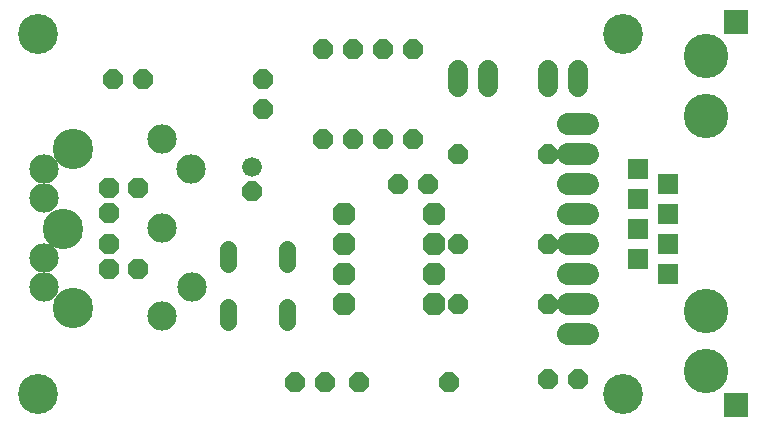
<source format=gts>
G75*
%MOIN*%
%OFA0B0*%
%FSLAX24Y24*%
%IPPOS*%
%LPD*%
%AMOC8*
5,1,8,0,0,1.08239X$1,22.5*
%
%ADD10C,0.1330*%
%ADD11OC8,0.0660*%
%ADD12C,0.0660*%
%ADD13OC8,0.0694*%
%ADD14C,0.1346*%
%ADD15C,0.0576*%
%ADD16OC8,0.0760*%
%ADD17C,0.0980*%
%ADD18R,0.0655X0.0655*%
%ADD19C,0.1480*%
%ADD20R,0.0790X0.0790*%
%ADD21C,0.0740*%
%ADD22C,0.0660*%
D10*
X001217Y001200D03*
X020717Y001200D03*
X020717Y013200D03*
X001217Y013200D03*
D11*
X003717Y011700D03*
X004717Y011700D03*
X008717Y011700D03*
X008717Y010700D03*
X010717Y009700D03*
X011717Y009700D03*
X012717Y009700D03*
X013717Y009700D03*
X015217Y009200D03*
X014217Y008200D03*
X013217Y008200D03*
X015217Y006200D03*
X018217Y006200D03*
X018217Y004200D03*
X015217Y004200D03*
X018217Y001700D03*
X019217Y001700D03*
X014905Y001575D03*
X011905Y001575D03*
X010780Y001575D03*
X009780Y001575D03*
X008355Y007947D03*
X010717Y012700D03*
X011717Y012700D03*
X012717Y012700D03*
X013717Y012700D03*
X018217Y009200D03*
D12*
X008355Y008747D03*
D13*
X004548Y008039D03*
X003564Y008039D03*
X003564Y007212D03*
X003564Y006188D03*
X003564Y005361D03*
X004548Y005361D03*
D14*
X002387Y004060D03*
X002057Y006700D03*
X002387Y009340D03*
D15*
X007546Y006011D02*
X007546Y005514D01*
X009514Y005514D02*
X009514Y006011D01*
X009514Y004073D02*
X009514Y003577D01*
X007546Y003577D02*
X007546Y004073D01*
D16*
X011405Y004200D03*
X011405Y005200D03*
X011405Y006200D03*
X011405Y007200D03*
X014405Y007200D03*
X014405Y006200D03*
X014405Y005200D03*
X014405Y004200D03*
D17*
X006331Y004746D03*
X005335Y003774D03*
X001405Y004743D03*
X001405Y005723D03*
X001405Y007703D03*
X001405Y008683D03*
X005335Y009683D03*
X006327Y008683D03*
X005339Y006719D03*
D18*
X021217Y006700D03*
X022217Y007200D03*
X021217Y007700D03*
X022217Y008200D03*
X021217Y008700D03*
X022217Y006200D03*
X021217Y005700D03*
X022217Y005200D03*
D19*
X023467Y003950D03*
X023467Y001950D03*
X023467Y010450D03*
X023467Y012450D03*
D20*
X024467Y013580D03*
X024467Y000820D03*
D21*
X019547Y003200D02*
X018887Y003200D01*
X018887Y004200D02*
X019547Y004200D01*
X019547Y005200D02*
X018887Y005200D01*
X018887Y006200D02*
X019547Y006200D01*
X019547Y007200D02*
X018887Y007200D01*
X018887Y008200D02*
X019547Y008200D01*
X019547Y009200D02*
X018887Y009200D01*
X018887Y010200D02*
X019547Y010200D01*
D22*
X019217Y011410D02*
X019217Y011990D01*
X018217Y011990D02*
X018217Y011410D01*
X016217Y011410D02*
X016217Y011990D01*
X015217Y011990D02*
X015217Y011410D01*
M02*

</source>
